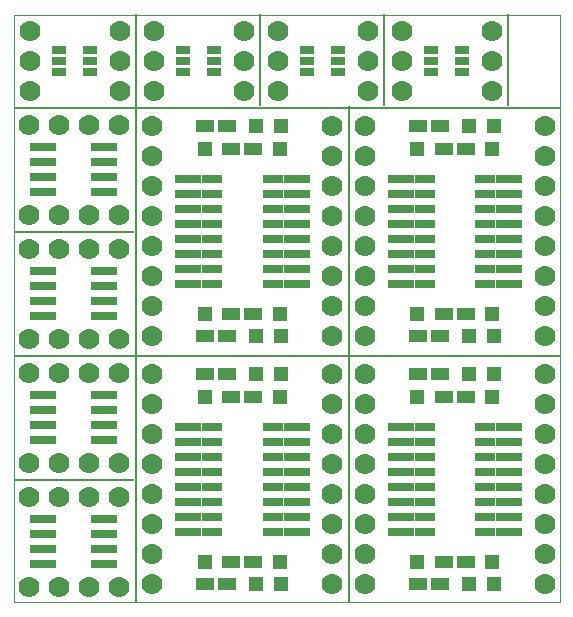
<source format=gts>
G75*
G70*
%OFA0B0*%
%FSLAX24Y24*%
%IPPOS*%
%LPD*%
%AMOC8*
5,1,8,0,0,1.08239X$1,22.5*
%
%ADD10C,0.0000*%
%ADD11R,0.0098X1.6535*%
%ADD12R,1.8209X0.0098*%
%ADD13R,0.4035X0.0098*%
%ADD14R,0.0098X0.3051*%
%ADD15R,0.0700X0.0280*%
%ADD16C,0.0700*%
%ADD17R,0.0512X0.0257*%
%ADD18R,0.0906X0.0276*%
%ADD19R,0.0631X0.0434*%
%ADD20R,0.0512X0.0512*%
D10*
X000141Y000101D02*
X000141Y019687D01*
X018350Y019687D01*
X018350Y000101D01*
X000141Y000101D01*
D11*
X004226Y008369D03*
X011312Y008369D03*
D12*
X009245Y008319D03*
X009245Y016587D03*
D13*
X002159Y012453D03*
X002159Y004185D03*
D14*
X004226Y018162D03*
X008360Y018162D03*
X012493Y018162D03*
X016627Y018162D03*
D15*
X015860Y014217D03*
X015860Y013717D03*
X015860Y013217D03*
X015860Y012717D03*
X015860Y012217D03*
X015860Y011717D03*
X015860Y011217D03*
X015860Y010717D03*
X013840Y010717D03*
X013840Y011217D03*
X013840Y011717D03*
X013840Y012217D03*
X013840Y012717D03*
X013840Y013217D03*
X013840Y013717D03*
X013840Y014217D03*
X008773Y014217D03*
X008773Y013717D03*
X008773Y013217D03*
X008773Y012717D03*
X008773Y012217D03*
X008773Y011717D03*
X008773Y011217D03*
X008773Y010717D03*
X006753Y010717D03*
X006753Y011217D03*
X006753Y011717D03*
X006753Y012217D03*
X006753Y012717D03*
X006753Y013217D03*
X006753Y013717D03*
X006753Y014217D03*
X006753Y005949D03*
X006753Y005449D03*
X006753Y004949D03*
X006753Y004449D03*
X006753Y003949D03*
X006753Y003449D03*
X006753Y002949D03*
X006753Y002449D03*
X008773Y002449D03*
X008773Y002949D03*
X008773Y003449D03*
X008773Y003949D03*
X008773Y004449D03*
X008773Y004949D03*
X008773Y005449D03*
X008773Y005949D03*
X013840Y005949D03*
X013840Y005449D03*
X013840Y004949D03*
X013840Y004449D03*
X013840Y003949D03*
X013840Y003449D03*
X013840Y002949D03*
X013840Y002449D03*
X015860Y002449D03*
X015860Y002949D03*
X015860Y003449D03*
X015860Y003949D03*
X015860Y004449D03*
X015860Y004949D03*
X015860Y005449D03*
X015860Y005949D03*
D16*
X017850Y005699D03*
X017850Y004699D03*
X017850Y003699D03*
X017850Y002699D03*
X017850Y001699D03*
X017850Y000699D03*
X017850Y006699D03*
X017850Y007699D03*
X017850Y008967D03*
X017850Y009967D03*
X017850Y010967D03*
X017850Y011967D03*
X017850Y012967D03*
X017850Y013967D03*
X017850Y014967D03*
X017850Y015967D03*
X016078Y017136D03*
X016078Y018136D03*
X016078Y019136D03*
X013078Y019136D03*
X013078Y018136D03*
X013078Y017136D03*
X011944Y017136D03*
X011944Y018136D03*
X011944Y019136D03*
X008944Y019136D03*
X008944Y018136D03*
X008944Y017136D03*
X007810Y017136D03*
X007810Y018136D03*
X007810Y019136D03*
X004810Y019136D03*
X004810Y018136D03*
X004810Y017136D03*
X004763Y015967D03*
X004763Y014967D03*
X004763Y013967D03*
X004763Y012967D03*
X004763Y011967D03*
X004763Y010967D03*
X004763Y009967D03*
X004763Y008967D03*
X003641Y008869D03*
X002641Y008869D03*
X002641Y007735D03*
X003641Y007735D03*
X004763Y007699D03*
X004763Y006699D03*
X004763Y005699D03*
X004763Y004699D03*
X004763Y003699D03*
X004763Y002699D03*
X004763Y001699D03*
X004763Y000699D03*
X003641Y000601D03*
X002641Y000601D03*
X001641Y000601D03*
X000641Y000601D03*
X000641Y003601D03*
X001641Y003601D03*
X001641Y004735D03*
X000641Y004735D03*
X002641Y004735D03*
X003641Y004735D03*
X003641Y003601D03*
X002641Y003601D03*
X001641Y007735D03*
X000641Y007735D03*
X000641Y008869D03*
X001641Y008869D03*
X001641Y011869D03*
X000641Y011869D03*
X000641Y013002D03*
X001641Y013002D03*
X002641Y013002D03*
X003641Y013002D03*
X003641Y011869D03*
X002641Y011869D03*
X002641Y016002D03*
X003641Y016002D03*
X003677Y017136D03*
X003677Y018136D03*
X003677Y019136D03*
X000677Y019136D03*
X000677Y018136D03*
X000677Y017136D03*
X000641Y016002D03*
X001641Y016002D03*
X010763Y015967D03*
X010763Y014967D03*
X010763Y013967D03*
X010763Y012967D03*
X010763Y011967D03*
X010763Y010967D03*
X010763Y009967D03*
X010763Y008967D03*
X011850Y008967D03*
X011850Y009967D03*
X011850Y010967D03*
X011850Y011967D03*
X011850Y012967D03*
X011850Y013967D03*
X011850Y014967D03*
X011850Y015967D03*
X011850Y007699D03*
X011850Y006699D03*
X011850Y005699D03*
X011850Y004699D03*
X011850Y003699D03*
X011850Y002699D03*
X011850Y001699D03*
X011850Y000699D03*
X010763Y000699D03*
X010763Y001699D03*
X010763Y002699D03*
X010763Y003699D03*
X010763Y004699D03*
X010763Y005699D03*
X010763Y006699D03*
X010763Y007699D03*
D17*
X010956Y017762D03*
X010956Y018136D03*
X010956Y018510D03*
X009932Y018510D03*
X009932Y018136D03*
X009932Y017762D03*
X006822Y017762D03*
X006822Y018136D03*
X006822Y018510D03*
X005799Y018510D03*
X005799Y018136D03*
X005799Y017762D03*
X002688Y017762D03*
X002688Y018136D03*
X002688Y018510D03*
X001665Y018510D03*
X001665Y018136D03*
X001665Y017762D03*
X014066Y017762D03*
X014066Y018136D03*
X014066Y018510D03*
X015090Y018510D03*
X015090Y018136D03*
X015090Y017762D03*
D18*
X016661Y014217D03*
X016661Y013717D03*
X016661Y013217D03*
X016661Y012717D03*
X016661Y012217D03*
X016661Y011717D03*
X016661Y011217D03*
X016661Y010717D03*
X013039Y010717D03*
X013039Y011217D03*
X013039Y011717D03*
X013039Y012217D03*
X013039Y012717D03*
X013039Y013217D03*
X013039Y013717D03*
X013039Y014217D03*
X009574Y014217D03*
X009574Y013717D03*
X009574Y013217D03*
X009574Y012717D03*
X009574Y012217D03*
X009574Y011717D03*
X009574Y011217D03*
X009574Y010717D03*
X005952Y010717D03*
X005952Y011217D03*
X005952Y011717D03*
X005952Y012217D03*
X005952Y012717D03*
X005952Y013217D03*
X005952Y013717D03*
X005952Y014217D03*
X003165Y014272D03*
X003165Y014772D03*
X003165Y015272D03*
X003165Y013772D03*
X001117Y013772D03*
X001117Y014272D03*
X001117Y014772D03*
X001117Y015272D03*
X001117Y011139D03*
X001117Y010639D03*
X001117Y010139D03*
X001117Y009639D03*
X003165Y009639D03*
X003165Y010139D03*
X003165Y010639D03*
X003165Y011139D03*
X003165Y007005D03*
X003165Y006505D03*
X003165Y006005D03*
X003165Y005505D03*
X001117Y005505D03*
X001117Y006005D03*
X001117Y006505D03*
X001117Y007005D03*
X001117Y002871D03*
X001117Y002371D03*
X001117Y001871D03*
X001117Y001371D03*
X003165Y001371D03*
X003165Y001871D03*
X003165Y002371D03*
X003165Y002871D03*
X005952Y002949D03*
X005952Y002449D03*
X005952Y003449D03*
X005952Y003949D03*
X005952Y004449D03*
X005952Y004949D03*
X005952Y005449D03*
X005952Y005949D03*
X009574Y005949D03*
X009574Y005449D03*
X009574Y004949D03*
X009574Y004449D03*
X009574Y003949D03*
X009574Y003449D03*
X009574Y002949D03*
X009574Y002449D03*
X013039Y002449D03*
X013039Y002949D03*
X013039Y003449D03*
X013039Y003949D03*
X013039Y004449D03*
X013039Y004949D03*
X013039Y005449D03*
X013039Y005949D03*
X016661Y005949D03*
X016661Y005449D03*
X016661Y004949D03*
X016661Y004449D03*
X016661Y003949D03*
X016661Y003449D03*
X016661Y002949D03*
X016661Y002449D03*
D19*
X015220Y001449D03*
X014480Y001449D03*
X014345Y000699D03*
X013605Y000699D03*
X008133Y001449D03*
X007393Y001449D03*
X007258Y000699D03*
X006518Y000699D03*
X007393Y006949D03*
X007258Y007699D03*
X006518Y007699D03*
X006518Y008967D03*
X007258Y008967D03*
X007393Y009717D03*
X008133Y009717D03*
X008133Y006949D03*
X013605Y007699D03*
X014345Y007699D03*
X014480Y006949D03*
X015220Y006949D03*
X014345Y008967D03*
X013605Y008967D03*
X014480Y009717D03*
X015220Y009717D03*
X015220Y015217D03*
X014480Y015217D03*
X014345Y015967D03*
X013605Y015967D03*
X008133Y015217D03*
X007393Y015217D03*
X007258Y015967D03*
X006518Y015967D03*
D20*
X006513Y015217D03*
X008225Y015967D03*
X009013Y015217D03*
X009052Y015967D03*
X013600Y015217D03*
X015311Y015967D03*
X016138Y015967D03*
X016100Y015217D03*
X016100Y009717D03*
X016138Y008967D03*
X015311Y008967D03*
X015311Y007699D03*
X016138Y007699D03*
X016100Y006949D03*
X013600Y006949D03*
X013600Y009717D03*
X009052Y008967D03*
X009013Y009717D03*
X008225Y008967D03*
X008225Y007699D03*
X009013Y006949D03*
X009052Y007699D03*
X006513Y006949D03*
X006513Y009717D03*
X006513Y001449D03*
X008225Y000699D03*
X009013Y001449D03*
X009052Y000699D03*
X013600Y001449D03*
X015311Y000699D03*
X016138Y000699D03*
X016100Y001449D03*
M02*

</source>
